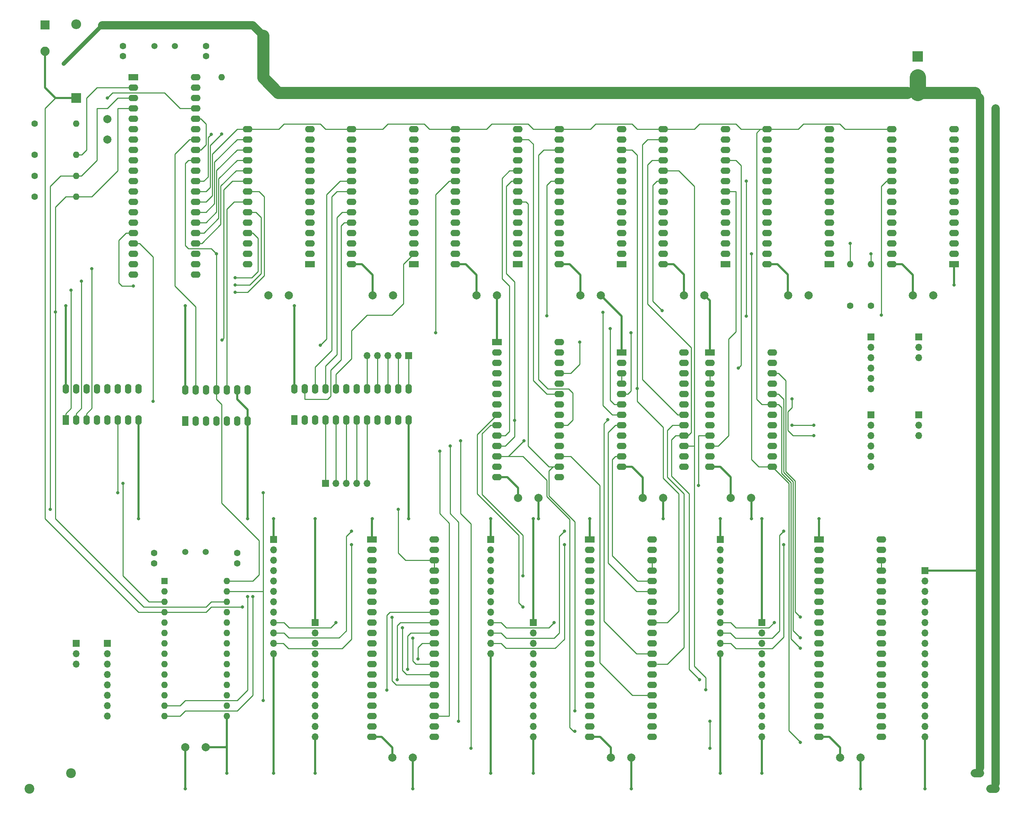
<source format=gtl>
G04 #@! TF.GenerationSoftware,KiCad,Pcbnew,8.0.7*
G04 #@! TF.CreationDate,2025-01-05T11:59:37+01:00*
G04 #@! TF.ProjectId,CPU_X-3,4350555f-582d-4332-9e6b-696361645f70,2*
G04 #@! TF.SameCoordinates,Original*
G04 #@! TF.FileFunction,Copper,L1,Top*
G04 #@! TF.FilePolarity,Positive*
%FSLAX46Y46*%
G04 Gerber Fmt 4.6, Leading zero omitted, Abs format (unit mm)*
G04 Created by KiCad (PCBNEW 8.0.7) date 2025-01-05 11:59:37*
%MOMM*%
%LPD*%
G01*
G04 APERTURE LIST*
G04 #@! TA.AperFunction,ComponentPad*
%ADD10C,2.000000*%
G04 #@! TD*
G04 #@! TA.AperFunction,ComponentPad*
%ADD11R,1.700000X1.700000*%
G04 #@! TD*
G04 #@! TA.AperFunction,ComponentPad*
%ADD12O,1.700000X1.700000*%
G04 #@! TD*
G04 #@! TA.AperFunction,ComponentPad*
%ADD13C,1.600000*%
G04 #@! TD*
G04 #@! TA.AperFunction,ComponentPad*
%ADD14O,1.600000X1.600000*%
G04 #@! TD*
G04 #@! TA.AperFunction,ComponentPad*
%ADD15R,1.600000X1.600000*%
G04 #@! TD*
G04 #@! TA.AperFunction,ComponentPad*
%ADD16C,2.400000*%
G04 #@! TD*
G04 #@! TA.AperFunction,ComponentPad*
%ADD17R,2.400000X1.600000*%
G04 #@! TD*
G04 #@! TA.AperFunction,ComponentPad*
%ADD18O,2.400000X1.600000*%
G04 #@! TD*
G04 #@! TA.AperFunction,ComponentPad*
%ADD19C,1.500000*%
G04 #@! TD*
G04 #@! TA.AperFunction,ComponentPad*
%ADD20R,1.600000X2.400000*%
G04 #@! TD*
G04 #@! TA.AperFunction,ComponentPad*
%ADD21O,1.600000X2.400000*%
G04 #@! TD*
G04 #@! TA.AperFunction,ComponentPad*
%ADD22R,2.500000X2.500000*%
G04 #@! TD*
G04 #@! TA.AperFunction,ComponentPad*
%ADD23C,2.500000*%
G04 #@! TD*
G04 #@! TA.AperFunction,ComponentPad*
%ADD24R,2.400000X2.400000*%
G04 #@! TD*
G04 #@! TA.AperFunction,ComponentPad*
%ADD25O,2.400000X2.400000*%
G04 #@! TD*
G04 #@! TA.AperFunction,ComponentPad*
%ADD26R,2.250000X2.250000*%
G04 #@! TD*
G04 #@! TA.AperFunction,ComponentPad*
%ADD27C,2.250000*%
G04 #@! TD*
G04 #@! TA.AperFunction,ViaPad*
%ADD28C,0.800000*%
G04 #@! TD*
G04 #@! TA.AperFunction,Conductor*
%ADD29C,0.500000*%
G04 #@! TD*
G04 #@! TA.AperFunction,Conductor*
%ADD30C,2.000000*%
G04 #@! TD*
G04 #@! TA.AperFunction,Conductor*
%ADD31C,0.250000*%
G04 #@! TD*
G04 #@! TA.AperFunction,Conductor*
%ADD32C,3.000000*%
G04 #@! TD*
G04 #@! TA.AperFunction,Conductor*
%ADD33C,1.000000*%
G04 #@! TD*
G04 #@! TA.AperFunction,Conductor*
%ADD34C,4.000000*%
G04 #@! TD*
G04 APERTURE END LIST*
D10*
X247730000Y-99060000D03*
X252730000Y-99060000D03*
D11*
X237490000Y-128270000D03*
D12*
X237490000Y-130810000D03*
X237490000Y-133350000D03*
X237490000Y-135890000D03*
X237490000Y-138430000D03*
X237490000Y-140970000D03*
D10*
X141050000Y-99060000D03*
X146050000Y-99060000D03*
D11*
X91440000Y-158750000D03*
D12*
X91440000Y-161290000D03*
X91440000Y-163830000D03*
X91440000Y-166370000D03*
X91440000Y-168910000D03*
X91440000Y-171450000D03*
X91440000Y-173990000D03*
X91440000Y-176530000D03*
X91440000Y-179070000D03*
X91440000Y-181610000D03*
X91440000Y-184150000D03*
X91440000Y-186690000D03*
D10*
X50800000Y-60960000D03*
X50800000Y-55960000D03*
D13*
X33020000Y-74930000D03*
D14*
X43180000Y-74930000D03*
D13*
X82550000Y-164572000D03*
X82550000Y-162072000D03*
D10*
X191810000Y-99060000D03*
X196810000Y-99060000D03*
D11*
X249174000Y-109220000D03*
D12*
X249174000Y-111760000D03*
X249174000Y-114300000D03*
D15*
X64770000Y-168910000D03*
D14*
X64770000Y-171450000D03*
X64770000Y-173990000D03*
X64770000Y-176530000D03*
X64770000Y-179070000D03*
X64770000Y-181610000D03*
X64770000Y-184150000D03*
X64770000Y-186690000D03*
X64770000Y-189230000D03*
X64770000Y-191770000D03*
X64770000Y-194310000D03*
X64770000Y-196850000D03*
X64770000Y-199390000D03*
X64770000Y-201930000D03*
X80010000Y-201930000D03*
X80010000Y-199390000D03*
X80010000Y-196850000D03*
X80010000Y-194310000D03*
X80010000Y-191770000D03*
X80010000Y-189230000D03*
X80010000Y-186690000D03*
X80010000Y-184150000D03*
X80010000Y-181610000D03*
X80010000Y-179070000D03*
X80010000Y-176530000D03*
X80010000Y-173990000D03*
X80010000Y-171450000D03*
X80010000Y-168910000D03*
D13*
X88900000Y-45720000D03*
D14*
X78740000Y-45720000D03*
D13*
X54610000Y-38100000D03*
X54610000Y-40600000D03*
D16*
X41910000Y-215900000D03*
D11*
X210820000Y-179070000D03*
D12*
X210820000Y-181610000D03*
X210820000Y-184150000D03*
X210820000Y-186690000D03*
X210820000Y-189230000D03*
X210820000Y-191770000D03*
X210820000Y-194310000D03*
X210820000Y-196850000D03*
X210820000Y-199390000D03*
X210820000Y-201930000D03*
X210820000Y-204470000D03*
X210820000Y-207010000D03*
D17*
X224790000Y-158750000D03*
D18*
X224790000Y-161290000D03*
X224790000Y-163830000D03*
X224790000Y-166370000D03*
X224790000Y-168910000D03*
X224790000Y-171450000D03*
X224790000Y-173990000D03*
X224790000Y-176530000D03*
X224790000Y-179070000D03*
X224790000Y-181610000D03*
X224790000Y-184150000D03*
X224790000Y-186690000D03*
X224790000Y-189230000D03*
X224790000Y-191770000D03*
X224790000Y-194310000D03*
X224790000Y-196850000D03*
X224790000Y-199390000D03*
X224790000Y-201930000D03*
X224790000Y-204470000D03*
X224790000Y-207010000D03*
X240030000Y-207010000D03*
X240030000Y-204470000D03*
X240030000Y-201930000D03*
X240030000Y-199390000D03*
X240030000Y-196850000D03*
X240030000Y-194310000D03*
X240030000Y-191770000D03*
X240030000Y-189230000D03*
X240030000Y-186690000D03*
X240030000Y-184150000D03*
X240030000Y-181610000D03*
X240030000Y-179070000D03*
X240030000Y-176530000D03*
X240030000Y-173990000D03*
X240030000Y-171450000D03*
X240030000Y-168910000D03*
X240030000Y-166370000D03*
X240030000Y-163830000D03*
X240030000Y-161290000D03*
X240030000Y-158750000D03*
D10*
X90170000Y-99060000D03*
X95170000Y-99060000D03*
D19*
X62312500Y-38100000D03*
X67312500Y-38100000D03*
D13*
X62230000Y-162072000D03*
X62230000Y-164572000D03*
D19*
X69850000Y-161798000D03*
X74850000Y-161798000D03*
D20*
X69850000Y-129794000D03*
D21*
X72390000Y-129794000D03*
X74930000Y-129794000D03*
X77470000Y-129794000D03*
X80010000Y-129794000D03*
X82550000Y-129794000D03*
X85090000Y-129794000D03*
X85090000Y-122174000D03*
X82550000Y-122174000D03*
X80010000Y-122174000D03*
X77470000Y-122174000D03*
X74930000Y-122174000D03*
X72390000Y-122174000D03*
X69850000Y-122174000D03*
D10*
X229950000Y-212090000D03*
X234950000Y-212090000D03*
X181690000Y-148590000D03*
X186690000Y-148590000D03*
D20*
X96520000Y-129540000D03*
D21*
X99060000Y-129540000D03*
X101600000Y-129540000D03*
X104140000Y-129540000D03*
X106680000Y-129540000D03*
X109220000Y-129540000D03*
X111760000Y-129540000D03*
X114300000Y-129540000D03*
X116840000Y-129540000D03*
X119380000Y-129540000D03*
X121920000Y-129540000D03*
X124460000Y-129540000D03*
X124460000Y-121920000D03*
X121920000Y-121920000D03*
X119380000Y-121920000D03*
X116840000Y-121920000D03*
X114300000Y-121920000D03*
X111760000Y-121920000D03*
X109220000Y-121920000D03*
X106680000Y-121920000D03*
X104140000Y-121920000D03*
X101600000Y-121920000D03*
X99060000Y-121920000D03*
X96520000Y-121920000D03*
D17*
X201930000Y-91440000D03*
D18*
X201930000Y-88900000D03*
X201930000Y-86360000D03*
X201930000Y-83820000D03*
X201930000Y-81280000D03*
X201930000Y-78740000D03*
X201930000Y-76200000D03*
X201930000Y-73660000D03*
X201930000Y-71120000D03*
X201930000Y-68580000D03*
X201930000Y-66040000D03*
X201930000Y-63500000D03*
X201930000Y-60960000D03*
X201930000Y-58420000D03*
X186690000Y-58420000D03*
X186690000Y-60960000D03*
X186690000Y-63500000D03*
X186690000Y-66040000D03*
X186690000Y-68580000D03*
X186690000Y-71120000D03*
X186690000Y-73660000D03*
X186690000Y-76200000D03*
X186690000Y-78740000D03*
X186690000Y-81280000D03*
X186690000Y-83820000D03*
X186690000Y-86360000D03*
X186690000Y-88900000D03*
X186690000Y-91440000D03*
D11*
X237490000Y-109220000D03*
D12*
X237490000Y-111760000D03*
X237490000Y-114300000D03*
X237490000Y-116840000D03*
X237490000Y-119380000D03*
X237490000Y-121920000D03*
D10*
X120476000Y-212090000D03*
X125476000Y-212090000D03*
X173926956Y-212090000D03*
X178926956Y-212090000D03*
D11*
X50800000Y-184150000D03*
D12*
X50800000Y-186690000D03*
X50800000Y-189230000D03*
X50800000Y-191770000D03*
X50800000Y-194310000D03*
X50800000Y-196850000D03*
X50800000Y-199390000D03*
X50800000Y-201930000D03*
D17*
X176530000Y-113030000D03*
D18*
X176530000Y-115570000D03*
X176530000Y-118110000D03*
X176530000Y-120650000D03*
X176530000Y-123190000D03*
X176530000Y-125730000D03*
X176530000Y-128270000D03*
X176530000Y-130810000D03*
X176530000Y-133350000D03*
X176530000Y-135890000D03*
X176530000Y-138430000D03*
X176530000Y-140970000D03*
X191770000Y-140970000D03*
X191770000Y-138430000D03*
X191770000Y-135890000D03*
X191770000Y-133350000D03*
X191770000Y-130810000D03*
X191770000Y-128270000D03*
X191770000Y-125730000D03*
X191770000Y-123190000D03*
X191770000Y-120650000D03*
X191770000Y-118110000D03*
X191770000Y-115570000D03*
X191770000Y-113030000D03*
D13*
X237490000Y-101600000D03*
D14*
X237490000Y-91440000D03*
D10*
X151210000Y-148590000D03*
X156210000Y-148590000D03*
D11*
X43180000Y-184150000D03*
D12*
X43180000Y-186690000D03*
X43180000Y-189230000D03*
D20*
X40640000Y-129540000D03*
D21*
X43180000Y-129540000D03*
X45720000Y-129540000D03*
X48260000Y-129540000D03*
X50800000Y-129540000D03*
X53340000Y-129540000D03*
X55880000Y-129540000D03*
X58420000Y-129540000D03*
X58420000Y-121920000D03*
X55880000Y-121920000D03*
X53340000Y-121920000D03*
X50800000Y-121920000D03*
X48260000Y-121920000D03*
X45720000Y-121920000D03*
X43180000Y-121920000D03*
X40640000Y-121920000D03*
D17*
X146050000Y-110490000D03*
D18*
X146050000Y-113030000D03*
X146050000Y-115570000D03*
X146050000Y-118110000D03*
X146050000Y-120650000D03*
X146050000Y-123190000D03*
X146050000Y-125730000D03*
X146050000Y-128270000D03*
X146050000Y-130810000D03*
X146050000Y-133350000D03*
X146050000Y-135890000D03*
X146050000Y-138430000D03*
X146050000Y-140970000D03*
X146050000Y-143510000D03*
X161290000Y-143510000D03*
X161290000Y-140970000D03*
X161290000Y-138430000D03*
X161290000Y-135890000D03*
X161290000Y-133350000D03*
X161290000Y-130810000D03*
X161290000Y-128270000D03*
X161290000Y-125730000D03*
X161290000Y-123190000D03*
X161290000Y-120650000D03*
X161290000Y-118110000D03*
X161290000Y-115570000D03*
X161290000Y-113030000D03*
X161290000Y-110490000D03*
D11*
X104140000Y-145034000D03*
D12*
X106680000Y-145034000D03*
X109220000Y-145034000D03*
X111760000Y-145034000D03*
X114300000Y-145034000D03*
D17*
X125730000Y-91440000D03*
D18*
X125730000Y-88900000D03*
X125730000Y-86360000D03*
X125730000Y-83820000D03*
X125730000Y-81280000D03*
X125730000Y-78740000D03*
X125730000Y-76200000D03*
X125730000Y-73660000D03*
X125730000Y-71120000D03*
X125730000Y-68580000D03*
X125730000Y-66040000D03*
X125730000Y-63500000D03*
X125730000Y-60960000D03*
X125730000Y-58420000D03*
X110490000Y-58420000D03*
X110490000Y-60960000D03*
X110490000Y-63500000D03*
X110490000Y-66040000D03*
X110490000Y-68580000D03*
X110490000Y-71120000D03*
X110490000Y-73660000D03*
X110490000Y-76200000D03*
X110490000Y-78740000D03*
X110490000Y-81280000D03*
X110490000Y-83820000D03*
X110490000Y-86360000D03*
X110490000Y-88900000D03*
X110490000Y-91440000D03*
D17*
X227330000Y-91440000D03*
D18*
X227330000Y-88900000D03*
X227330000Y-86360000D03*
X227330000Y-83820000D03*
X227330000Y-81280000D03*
X227330000Y-78740000D03*
X227330000Y-76200000D03*
X227330000Y-73660000D03*
X227330000Y-71120000D03*
X227330000Y-68580000D03*
X227330000Y-66040000D03*
X227330000Y-63500000D03*
X227330000Y-60960000D03*
X227330000Y-58420000D03*
X212090000Y-58420000D03*
X212090000Y-60960000D03*
X212090000Y-63500000D03*
X212090000Y-66040000D03*
X212090000Y-68580000D03*
X212090000Y-71120000D03*
X212090000Y-73660000D03*
X212090000Y-76200000D03*
X212090000Y-78740000D03*
X212090000Y-81280000D03*
X212090000Y-83820000D03*
X212090000Y-86360000D03*
X212090000Y-88900000D03*
X212090000Y-91440000D03*
D10*
X166450000Y-99060000D03*
X171450000Y-99060000D03*
D17*
X198120000Y-113030000D03*
D18*
X198120000Y-115570000D03*
X198120000Y-118110000D03*
X198120000Y-120650000D03*
X198120000Y-123190000D03*
X198120000Y-125730000D03*
X198120000Y-128270000D03*
X198120000Y-130810000D03*
X198120000Y-133350000D03*
X198120000Y-135890000D03*
X198120000Y-138430000D03*
X198120000Y-140970000D03*
X213360000Y-140970000D03*
X213360000Y-138430000D03*
X213360000Y-135890000D03*
X213360000Y-133350000D03*
X213360000Y-130810000D03*
X213360000Y-128270000D03*
X213360000Y-125730000D03*
X213360000Y-123190000D03*
X213360000Y-120650000D03*
X213360000Y-118110000D03*
X213360000Y-115570000D03*
X213360000Y-113030000D03*
D17*
X115505825Y-158750000D03*
D18*
X115505825Y-161290000D03*
X115505825Y-163830000D03*
X115505825Y-166370000D03*
X115505825Y-168910000D03*
X115505825Y-171450000D03*
X115505825Y-173990000D03*
X115505825Y-176530000D03*
X115505825Y-179070000D03*
X115505825Y-181610000D03*
X115505825Y-184150000D03*
X115505825Y-186690000D03*
X115505825Y-189230000D03*
X115505825Y-191770000D03*
X115505825Y-194310000D03*
X115505825Y-196850000D03*
X115505825Y-199390000D03*
X115505825Y-201930000D03*
X115505825Y-204470000D03*
X115505825Y-207010000D03*
X130745825Y-207010000D03*
X130745825Y-204470000D03*
X130745825Y-201930000D03*
X130745825Y-199390000D03*
X130745825Y-196850000D03*
X130745825Y-194310000D03*
X130745825Y-191770000D03*
X130745825Y-189230000D03*
X130745825Y-186690000D03*
X130745825Y-184150000D03*
X130745825Y-181610000D03*
X130745825Y-179070000D03*
X130745825Y-176530000D03*
X130745825Y-173990000D03*
X130745825Y-171450000D03*
X130745825Y-168910000D03*
X130745825Y-166370000D03*
X130745825Y-163830000D03*
X130745825Y-161290000D03*
X130745825Y-158750000D03*
D22*
X248920000Y-40640000D03*
D23*
X248920000Y-45720000D03*
D17*
X257810000Y-91440000D03*
D18*
X257810000Y-88900000D03*
X257810000Y-86360000D03*
X257810000Y-83820000D03*
X257810000Y-81280000D03*
X257810000Y-78740000D03*
X257810000Y-76200000D03*
X257810000Y-73660000D03*
X257810000Y-71120000D03*
X257810000Y-68580000D03*
X257810000Y-66040000D03*
X257810000Y-63500000D03*
X257810000Y-60960000D03*
X257810000Y-58420000D03*
X242570000Y-58420000D03*
X242570000Y-60960000D03*
X242570000Y-63500000D03*
X242570000Y-66040000D03*
X242570000Y-68580000D03*
X242570000Y-71120000D03*
X242570000Y-73660000D03*
X242570000Y-76200000D03*
X242570000Y-78740000D03*
X242570000Y-81280000D03*
X242570000Y-83820000D03*
X242570000Y-86360000D03*
X242570000Y-88900000D03*
X242570000Y-91440000D03*
D13*
X33020000Y-57040000D03*
D14*
X43180000Y-57040000D03*
D10*
X203200000Y-148590000D03*
X208200000Y-148590000D03*
D11*
X144526000Y-158750000D03*
D12*
X144526000Y-161290000D03*
X144526000Y-163830000D03*
X144526000Y-166370000D03*
X144526000Y-168910000D03*
X144526000Y-171450000D03*
X144526000Y-173990000D03*
X144526000Y-176530000D03*
X144526000Y-179070000D03*
X144526000Y-181610000D03*
X144526000Y-184150000D03*
X144526000Y-186690000D03*
D17*
X151130000Y-91440000D03*
D18*
X151130000Y-88900000D03*
X151130000Y-86360000D03*
X151130000Y-83820000D03*
X151130000Y-81280000D03*
X151130000Y-78740000D03*
X151130000Y-76200000D03*
X151130000Y-73660000D03*
X151130000Y-71120000D03*
X151130000Y-68580000D03*
X151130000Y-66040000D03*
X151130000Y-63500000D03*
X151130000Y-60960000D03*
X151130000Y-58420000D03*
X135890000Y-58420000D03*
X135890000Y-60960000D03*
X135890000Y-63500000D03*
X135890000Y-66040000D03*
X135890000Y-68580000D03*
X135890000Y-71120000D03*
X135890000Y-73660000D03*
X135890000Y-76200000D03*
X135890000Y-78740000D03*
X135890000Y-81280000D03*
X135890000Y-83820000D03*
X135890000Y-86360000D03*
X135890000Y-88900000D03*
X135890000Y-91440000D03*
D17*
X176530000Y-91440000D03*
D18*
X176530000Y-88900000D03*
X176530000Y-86360000D03*
X176530000Y-83820000D03*
X176530000Y-81280000D03*
X176530000Y-78740000D03*
X176530000Y-76200000D03*
X176530000Y-73660000D03*
X176530000Y-71120000D03*
X176530000Y-68580000D03*
X176530000Y-66040000D03*
X176530000Y-63500000D03*
X176530000Y-60960000D03*
X176530000Y-58420000D03*
X161290000Y-58420000D03*
X161290000Y-60960000D03*
X161290000Y-63500000D03*
X161290000Y-66040000D03*
X161290000Y-68580000D03*
X161290000Y-71120000D03*
X161290000Y-73660000D03*
X161290000Y-76200000D03*
X161290000Y-78740000D03*
X161290000Y-81280000D03*
X161290000Y-83820000D03*
X161290000Y-86360000D03*
X161290000Y-88900000D03*
X161290000Y-91440000D03*
D17*
X100330000Y-91440000D03*
D18*
X100330000Y-88900000D03*
X100330000Y-86360000D03*
X100330000Y-83820000D03*
X100330000Y-81280000D03*
X100330000Y-78740000D03*
X100330000Y-76200000D03*
X100330000Y-73660000D03*
X100330000Y-71120000D03*
X100330000Y-68580000D03*
X100330000Y-66040000D03*
X100330000Y-63500000D03*
X100330000Y-60960000D03*
X100330000Y-58420000D03*
X85090000Y-58420000D03*
X85090000Y-60960000D03*
X85090000Y-63500000D03*
X85090000Y-66040000D03*
X85090000Y-68580000D03*
X85090000Y-71120000D03*
X85090000Y-73660000D03*
X85090000Y-76200000D03*
X85090000Y-78740000D03*
X85090000Y-81280000D03*
X85090000Y-83820000D03*
X85090000Y-86360000D03*
X85090000Y-88900000D03*
X85090000Y-91440000D03*
D10*
X217250000Y-99060000D03*
X222250000Y-99060000D03*
D11*
X200660000Y-158750000D03*
D12*
X200660000Y-161290000D03*
X200660000Y-163830000D03*
X200660000Y-166370000D03*
X200660000Y-168910000D03*
X200660000Y-171450000D03*
X200660000Y-173990000D03*
X200660000Y-176530000D03*
X200660000Y-179070000D03*
X200660000Y-181610000D03*
X200660000Y-184150000D03*
X200660000Y-186690000D03*
D10*
X115650000Y-99060000D03*
X120650000Y-99060000D03*
D11*
X250698000Y-166370000D03*
D12*
X250698000Y-168910000D03*
X250698000Y-171450000D03*
X250698000Y-173990000D03*
X250698000Y-176530000D03*
X250698000Y-179070000D03*
X250698000Y-181610000D03*
X250698000Y-184150000D03*
X250698000Y-186690000D03*
X250698000Y-189230000D03*
X250698000Y-191770000D03*
X250698000Y-194310000D03*
X250698000Y-196850000D03*
X250698000Y-199390000D03*
X250698000Y-201930000D03*
X250698000Y-204470000D03*
X250698000Y-207010000D03*
D16*
X31750000Y-219710000D03*
D13*
X33020000Y-69850000D03*
D14*
X43180000Y-69850000D03*
D24*
X43180000Y-50800000D03*
D25*
X43180000Y-32800000D03*
D11*
X249174000Y-128270000D03*
D12*
X249174000Y-130810000D03*
X249174000Y-133350000D03*
D13*
X33020000Y-64660000D03*
D14*
X43180000Y-64660000D03*
D11*
X124460000Y-113792000D03*
D12*
X121920000Y-113792000D03*
X119380000Y-113792000D03*
X116840000Y-113792000D03*
X114300000Y-113792000D03*
D11*
X101600000Y-179070000D03*
D12*
X101600000Y-181610000D03*
X101600000Y-184150000D03*
X101600000Y-186690000D03*
X101600000Y-189230000D03*
X101600000Y-191770000D03*
X101600000Y-194310000D03*
X101600000Y-196850000D03*
X101600000Y-199390000D03*
X101600000Y-201930000D03*
X101600000Y-204470000D03*
X101600000Y-207010000D03*
D13*
X74930000Y-40600000D03*
X74930000Y-38100000D03*
D26*
X35565000Y-32905000D03*
D27*
X35565000Y-39405000D03*
D17*
X168766956Y-158750000D03*
D18*
X168766956Y-161290000D03*
X168766956Y-163830000D03*
X168766956Y-166370000D03*
X168766956Y-168910000D03*
X168766956Y-171450000D03*
X168766956Y-173990000D03*
X168766956Y-176530000D03*
X168766956Y-179070000D03*
X168766956Y-181610000D03*
X168766956Y-184150000D03*
X168766956Y-186690000D03*
X168766956Y-189230000D03*
X168766956Y-191770000D03*
X168766956Y-194310000D03*
X168766956Y-196850000D03*
X168766956Y-199390000D03*
X168766956Y-201930000D03*
X168766956Y-204470000D03*
X168766956Y-207010000D03*
X184006956Y-207010000D03*
X184006956Y-204470000D03*
X184006956Y-201930000D03*
X184006956Y-199390000D03*
X184006956Y-196850000D03*
X184006956Y-194310000D03*
X184006956Y-191770000D03*
X184006956Y-189230000D03*
X184006956Y-186690000D03*
X184006956Y-184150000D03*
X184006956Y-181610000D03*
X184006956Y-179070000D03*
X184006956Y-176530000D03*
X184006956Y-173990000D03*
X184006956Y-171450000D03*
X184006956Y-168910000D03*
X184006956Y-166370000D03*
X184006956Y-163830000D03*
X184006956Y-161290000D03*
X184006956Y-158750000D03*
D11*
X154940000Y-179070000D03*
D12*
X154940000Y-181610000D03*
X154940000Y-184150000D03*
X154940000Y-186690000D03*
X154940000Y-189230000D03*
X154940000Y-191770000D03*
X154940000Y-194310000D03*
X154940000Y-196850000D03*
X154940000Y-199390000D03*
X154940000Y-201930000D03*
X154940000Y-204470000D03*
X154940000Y-207010000D03*
D10*
X74890000Y-209550000D03*
X69890000Y-209550000D03*
D17*
X57155000Y-45720000D03*
D18*
X57155000Y-48260000D03*
X57155000Y-50800000D03*
X57155000Y-53340000D03*
X57155000Y-55880000D03*
X57155000Y-58420000D03*
X57155000Y-60960000D03*
X57155000Y-63500000D03*
X57155000Y-66040000D03*
X57155000Y-68580000D03*
X57155000Y-71120000D03*
X57155000Y-73660000D03*
X57155000Y-76200000D03*
X57155000Y-78740000D03*
X57155000Y-81280000D03*
X57155000Y-83820000D03*
X57155000Y-86360000D03*
X57155000Y-88900000D03*
X57155000Y-91440000D03*
X57155000Y-93980000D03*
X72395000Y-93980000D03*
X72395000Y-91440000D03*
X72395000Y-88900000D03*
X72395000Y-86360000D03*
X72395000Y-83820000D03*
X72395000Y-81280000D03*
X72395000Y-78740000D03*
X72395000Y-76200000D03*
X72395000Y-73660000D03*
X72395000Y-71120000D03*
X72395000Y-68580000D03*
X72395000Y-66040000D03*
X72395000Y-63500000D03*
X72395000Y-60960000D03*
X72395000Y-58420000D03*
X72395000Y-55880000D03*
X72395000Y-53340000D03*
X72395000Y-50800000D03*
X72395000Y-48260000D03*
X72395000Y-45720000D03*
D13*
X232410000Y-101600000D03*
D14*
X232410000Y-91440000D03*
D28*
X267970000Y-153670000D03*
X154940000Y-153670000D03*
X168766956Y-153670000D03*
X266700000Y-219710000D03*
X267970000Y-54610000D03*
X200660000Y-153670000D03*
X257810000Y-96520000D03*
X186690000Y-153670000D03*
X69850000Y-219710000D03*
X267970000Y-151130000D03*
X115570000Y-153670000D03*
X58420000Y-153670000D03*
X267970000Y-53340000D03*
X267970000Y-218440000D03*
X234950000Y-219710000D03*
X267970000Y-95250000D03*
X267970000Y-109220000D03*
X91440000Y-153670000D03*
X156210000Y-153670000D03*
X125476000Y-219710000D03*
X178926956Y-219710000D03*
X124460000Y-153670000D03*
X267970000Y-55880000D03*
X210820000Y-153670000D03*
X85090000Y-153670000D03*
X267970000Y-96520000D03*
X208280000Y-153670000D03*
X144526000Y-153670000D03*
X267970000Y-219710000D03*
X267970000Y-97790000D03*
X250698000Y-219710000D03*
X224790000Y-153670000D03*
X267970000Y-128270000D03*
X101600000Y-153670000D03*
X267970000Y-152400000D03*
X50800000Y-50800000D03*
X152400000Y-175260000D03*
X83820000Y-175260000D03*
X91440000Y-215900000D03*
X264160000Y-151130000D03*
X40640000Y-101600000D03*
X69850000Y-101600000D03*
X41148000Y-41402000D03*
X262890000Y-215900000D03*
X264160000Y-149860000D03*
X96520000Y-101600000D03*
X264160000Y-148590000D03*
X101600000Y-215900000D03*
X40132000Y-42418000D03*
X154940000Y-215900000D03*
X264160000Y-101600000D03*
X264160000Y-214630000D03*
X264160000Y-215900000D03*
X200660000Y-215900000D03*
X144526000Y-215900000D03*
X264160000Y-100330000D03*
X264160000Y-102870000D03*
X210820000Y-215900000D03*
X80010000Y-215900000D03*
X152400000Y-167640000D03*
X36830000Y-151384000D03*
X121920000Y-151384000D03*
X38100000Y-103124000D03*
X171958000Y-103254400D03*
X41910000Y-97790000D03*
X44522500Y-95604500D03*
X47034800Y-92584800D03*
X166281200Y-110490000D03*
X220218000Y-177709000D03*
X205063300Y-116840000D03*
X119126000Y-195580000D03*
X220218000Y-182789000D03*
X124206000Y-190500000D03*
X78745300Y-59647350D03*
X126746000Y-187960000D03*
X220218000Y-185329000D03*
X197104000Y-195500400D03*
X120396000Y-177800000D03*
X121666000Y-193040000D03*
X76200000Y-59690000D03*
X180340000Y-121840500D03*
X125476000Y-182880000D03*
X173190300Y-129459000D03*
X122936000Y-180340000D03*
X195580000Y-193040000D03*
X85090000Y-172720000D03*
X165100000Y-205669200D03*
X152654000Y-134620000D03*
X165100000Y-200660000D03*
X86360000Y-172720000D03*
X150396000Y-129618000D03*
X82042000Y-96520000D03*
X57150000Y-96774000D03*
X82042000Y-94742000D03*
X61976000Y-124968000D03*
X82042000Y-98298000D03*
X232410000Y-86360000D03*
X237490000Y-88900000D03*
X77470000Y-88900000D03*
X208280000Y-88900000D03*
X220218000Y-208335800D03*
X78820000Y-109982000D03*
X158242000Y-104025900D03*
X102870000Y-111252000D03*
X240030000Y-103886000D03*
X131064000Y-108204000D03*
X186442000Y-102822600D03*
X207010000Y-71120000D03*
X207010000Y-104140000D03*
X53340000Y-147320000D03*
X88900000Y-147320000D03*
X88900000Y-198161000D03*
X54610000Y-145034000D03*
X134620000Y-135890000D03*
X136714825Y-203200000D03*
X137160000Y-134620000D03*
X139700000Y-209804000D03*
X198120000Y-209804000D03*
X198120000Y-203200000D03*
X195326000Y-145542000D03*
X110490000Y-156718000D03*
X110490000Y-160020000D03*
X106680000Y-179070000D03*
X162560000Y-156718000D03*
X160020000Y-179070000D03*
X162560000Y-160061000D03*
X216154000Y-160020000D03*
X216154000Y-156718000D03*
X213868000Y-179070000D03*
X173736000Y-107188000D03*
X178816000Y-108204000D03*
X218186000Y-130810000D03*
X223520000Y-130810000D03*
X218186000Y-124411500D03*
X223520000Y-133350000D03*
X132080000Y-137160000D03*
D29*
X176530000Y-104140000D02*
X171450000Y-99060000D01*
X82550000Y-124460000D02*
X85090000Y-127000000D01*
X125476000Y-219520175D02*
X125665825Y-219710000D01*
X146050000Y-110490000D02*
X146050000Y-99060000D01*
X224790000Y-158750000D02*
X224790000Y-153670000D01*
D30*
X267970000Y-219710000D02*
X266700000Y-219710000D01*
D29*
X250698000Y-207010000D02*
X250698000Y-219710000D01*
X85090000Y-129540000D02*
X85090000Y-153670000D01*
X69890000Y-219670000D02*
X69850000Y-219710000D01*
X186690000Y-148590000D02*
X186690000Y-153670000D01*
X210820000Y-179070000D02*
X210820000Y-153670000D01*
X82550000Y-121920000D02*
X82550000Y-124460000D01*
X156210000Y-148590000D02*
X156210000Y-153670000D01*
X234950000Y-212090000D02*
X234950000Y-219710000D01*
X124460000Y-129540000D02*
X124460000Y-153670000D01*
X58420000Y-129540000D02*
X58420000Y-153670000D01*
D30*
X267970000Y-53340000D02*
X267970000Y-96520000D01*
D29*
X198120000Y-100370000D02*
X196810000Y-99060000D01*
X168766956Y-158750000D02*
X168766956Y-153670000D01*
X125665825Y-212090000D02*
X125476000Y-212279825D01*
X115505825Y-158750000D02*
X115505825Y-153670000D01*
X101600000Y-179070000D02*
X101600000Y-153670000D01*
X200660000Y-158750000D02*
X200660000Y-153670000D01*
X257810000Y-91440000D02*
X257810000Y-96520000D01*
X198120000Y-113030000D02*
X198120000Y-100370000D01*
X91440000Y-158750000D02*
X91440000Y-153670000D01*
X125476000Y-212279825D02*
X125476000Y-219520175D01*
X69890000Y-209550000D02*
X69890000Y-219670000D01*
X85090000Y-127000000D02*
X85090000Y-129540000D01*
D30*
X267970000Y-153670000D02*
X267970000Y-218440000D01*
D29*
X178926956Y-212090000D02*
X178926956Y-219710000D01*
X154940000Y-179070000D02*
X154940000Y-153670000D01*
D30*
X267970000Y-128270000D02*
X267970000Y-153670000D01*
D29*
X176530000Y-113030000D02*
X176530000Y-104140000D01*
X208280000Y-148590000D02*
X208280000Y-153670000D01*
D30*
X267970000Y-96520000D02*
X267970000Y-128270000D01*
D31*
X35670000Y-32800000D02*
X35565000Y-32905000D01*
D29*
X144526000Y-158750000D02*
X144526000Y-153670000D01*
D31*
X52070000Y-49530000D02*
X64770000Y-49530000D01*
X152400000Y-175260000D02*
X151384000Y-174244000D01*
X50800000Y-50800000D02*
X52070000Y-49530000D01*
X58420000Y-176530000D02*
X35560000Y-153670000D01*
X76200000Y-175260000D02*
X83820000Y-175260000D01*
D29*
X38100000Y-50800000D02*
X43180000Y-50800000D01*
D31*
X141224000Y-133096000D02*
X146050000Y-128270000D01*
X151384000Y-174244000D02*
X151384000Y-157734000D01*
X64770000Y-176530000D02*
X74930000Y-176530000D01*
X35560000Y-53340000D02*
X38100000Y-50800000D01*
X35560000Y-153670000D02*
X35560000Y-53340000D01*
X64770000Y-49530000D02*
X68580000Y-53340000D01*
D29*
X35565000Y-48265000D02*
X38100000Y-50800000D01*
D31*
X74930000Y-176530000D02*
X76200000Y-175260000D01*
X68580000Y-53340000D02*
X72395000Y-53340000D01*
X64770000Y-176530000D02*
X58420000Y-176530000D01*
X141224000Y-147574000D02*
X141224000Y-133096000D01*
X151384000Y-157734000D02*
X141224000Y-147574000D01*
D29*
X35565000Y-39405000D02*
X35565000Y-48265000D01*
X176530000Y-140970000D02*
X179070000Y-140970000D01*
X117856000Y-207010000D02*
X120476000Y-209630000D01*
X33020000Y-74820000D02*
X33020000Y-74930000D01*
X80010000Y-209296000D02*
X80010000Y-215900000D01*
D30*
X264160000Y-151130000D02*
X264160000Y-166370000D01*
X49530000Y-33020000D02*
X86360000Y-33020000D01*
X264160000Y-50800000D02*
X264160000Y-151130000D01*
D29*
X113030000Y-91440000D02*
X110490000Y-91440000D01*
X210820000Y-207010000D02*
X210820000Y-215900000D01*
X69850000Y-121920000D02*
X69850000Y-101600000D01*
D32*
X248920000Y-49530000D02*
X262890000Y-49530000D01*
D29*
X245110000Y-91440000D02*
X247730000Y-94060000D01*
X115650000Y-94060000D02*
X113030000Y-91440000D01*
X138430000Y-91440000D02*
X135890000Y-91440000D01*
X229950000Y-209630000D02*
X229950000Y-212090000D01*
X146050000Y-143510000D02*
X148590000Y-143510000D01*
X173926956Y-209630000D02*
X173926956Y-212090000D01*
X212090000Y-91440000D02*
X214630000Y-91440000D01*
X198120000Y-140970000D02*
X200660000Y-140970000D01*
X151210000Y-146130000D02*
X151210000Y-148590000D01*
D33*
X41148000Y-41402000D02*
X49530000Y-33020000D01*
D29*
X115316000Y-207010000D02*
X117856000Y-207010000D01*
X148590000Y-143510000D02*
X151210000Y-146130000D01*
X186690000Y-91440000D02*
X189230000Y-91440000D01*
X96520000Y-121920000D02*
X96520000Y-101600000D01*
D32*
X92583000Y-49530000D02*
X246380000Y-49530000D01*
D34*
X248920000Y-45720000D02*
X248920000Y-49530000D01*
D29*
X200660000Y-140970000D02*
X203200000Y-143510000D01*
X250698000Y-166370000D02*
X264160000Y-166370000D01*
D32*
X88900000Y-45847000D02*
X92583000Y-49530000D01*
D30*
X262890000Y-49530000D02*
X264160000Y-50800000D01*
D29*
X141050000Y-99060000D02*
X141050000Y-94060000D01*
X179070000Y-140970000D02*
X181690000Y-143590000D01*
X191810000Y-94020000D02*
X191810000Y-99060000D01*
X141050000Y-94060000D02*
X138430000Y-91440000D01*
X189230000Y-91440000D02*
X191810000Y-94020000D01*
X247730000Y-94060000D02*
X247730000Y-99060000D01*
X166450000Y-99060000D02*
X166450000Y-94060000D01*
X227330000Y-207010000D02*
X229950000Y-209630000D01*
X40640000Y-121920000D02*
X40640000Y-101600000D01*
X200660000Y-186690000D02*
X200660000Y-215900000D01*
X166450000Y-94060000D02*
X163830000Y-91440000D01*
X214630000Y-91440000D02*
X217170000Y-93980000D01*
X74890000Y-209550000D02*
X79756000Y-209550000D01*
X144526000Y-186690000D02*
X144526000Y-215900000D01*
X171306956Y-207010000D02*
X173926956Y-209630000D01*
X217170000Y-98980000D02*
X217250000Y-99060000D01*
X168766956Y-207010000D02*
X171306956Y-207010000D01*
X181690000Y-143590000D02*
X181690000Y-148590000D01*
X217170000Y-93980000D02*
X217170000Y-98980000D01*
D30*
X264160000Y-215900000D02*
X262890000Y-215900000D01*
D29*
X80010000Y-201930000D02*
X80010000Y-209296000D01*
D33*
X40132000Y-42418000D02*
X41148000Y-41402000D01*
D29*
X154940000Y-207010000D02*
X154940000Y-215900000D01*
X242570000Y-91440000D02*
X245110000Y-91440000D01*
X79756000Y-209550000D02*
X80010000Y-209296000D01*
X163830000Y-91440000D02*
X161290000Y-91440000D01*
X115650000Y-99060000D02*
X115650000Y-94060000D01*
D32*
X88900000Y-35560000D02*
X88900000Y-45847000D01*
D29*
X91440000Y-186690000D02*
X91440000Y-215900000D01*
X101600000Y-207010000D02*
X101600000Y-215900000D01*
X203200000Y-143510000D02*
X203200000Y-148590000D01*
D30*
X86360000Y-33020000D02*
X88900000Y-35560000D01*
X264160000Y-166370000D02*
X264160000Y-214630000D01*
D29*
X120476000Y-209630000D02*
X120476000Y-212090000D01*
X224790000Y-207010000D02*
X227330000Y-207010000D01*
D31*
X72395000Y-55880000D02*
X73660000Y-55880000D01*
X74930000Y-57150000D02*
X74930000Y-62232500D01*
X74930000Y-62232500D02*
X73662500Y-63500000D01*
X73660000Y-55880000D02*
X74930000Y-57150000D01*
X73662500Y-63500000D02*
X72395000Y-63500000D01*
X45720000Y-63500000D02*
X44560000Y-64660000D01*
X57155000Y-48260000D02*
X48260000Y-48260000D01*
X44560000Y-64660000D02*
X43180000Y-64660000D01*
X48260000Y-48260000D02*
X45720000Y-50800000D01*
X45720000Y-50800000D02*
X45720000Y-63500000D01*
X50800000Y-53340000D02*
X53340000Y-50800000D01*
X130745825Y-163830000D02*
X130745825Y-166370000D01*
X36830000Y-72390000D02*
X36830000Y-82550000D01*
X142453400Y-132879900D02*
X144523300Y-130810000D01*
X44450000Y-69850000D02*
X48260000Y-66040000D01*
X144523300Y-130810000D02*
X146050000Y-130810000D01*
X39370000Y-69850000D02*
X36830000Y-72390000D01*
X121920000Y-151384000D02*
X121920000Y-162052000D01*
X123698000Y-163830000D02*
X130745825Y-163830000D01*
X36830000Y-82550000D02*
X36830000Y-151384000D01*
X48260000Y-53340000D02*
X50800000Y-53340000D01*
X48260000Y-66040000D02*
X48260000Y-53340000D01*
X142453400Y-147787400D02*
X142453400Y-132879900D01*
X53340000Y-50800000D02*
X57155000Y-50800000D01*
X184006956Y-163830000D02*
X184006956Y-166370000D01*
X152400000Y-167640000D02*
X152400000Y-157734000D01*
X43180000Y-69850000D02*
X39370000Y-69850000D01*
X152400000Y-157734000D02*
X142453400Y-147787400D01*
X121920000Y-162052000D02*
X123698000Y-163830000D01*
X43180000Y-69850000D02*
X44450000Y-69850000D01*
X240030000Y-163830000D02*
X240030000Y-166370000D01*
X53340000Y-53340000D02*
X53340000Y-68580000D01*
X74930000Y-175260000D02*
X76200000Y-173990000D01*
X57155000Y-53340000D02*
X53340000Y-53340000D01*
X174244000Y-128270000D02*
X176530000Y-128270000D01*
X76200000Y-173990000D02*
X80010000Y-173990000D01*
X46990000Y-74930000D02*
X43180000Y-74930000D01*
X38100000Y-153670000D02*
X59690000Y-175260000D01*
X171958000Y-103254400D02*
X171958000Y-125984000D01*
X171958000Y-125984000D02*
X174244000Y-128270000D01*
X40640000Y-74930000D02*
X46990000Y-74930000D01*
X38100000Y-77470000D02*
X40640000Y-74930000D01*
X53340000Y-68580000D02*
X46990000Y-74930000D01*
X38100000Y-103124000D02*
X38100000Y-77470000D01*
X59690000Y-175260000D02*
X74930000Y-175260000D01*
X38100000Y-103124000D02*
X38100000Y-153670000D01*
X41910000Y-97790000D02*
X41980700Y-97860700D01*
X41980700Y-97860700D02*
X41980700Y-126672600D01*
X40640000Y-128013300D02*
X40640000Y-129540000D01*
X41980700Y-126672600D02*
X40640000Y-128013300D01*
X43180000Y-128013300D02*
X44522500Y-126670800D01*
X44522500Y-126670800D02*
X44522500Y-95604500D01*
X43180000Y-129540000D02*
X43180000Y-128013300D01*
X45720000Y-128013300D02*
X47034800Y-126698500D01*
X47034800Y-126698500D02*
X47034800Y-92584800D01*
X45720000Y-129540000D02*
X45720000Y-128013300D01*
X166281200Y-115912800D02*
X164084000Y-118110000D01*
X218948000Y-144419708D02*
X216666000Y-142137708D01*
X205740000Y-116163300D02*
X205740000Y-67310000D01*
X166281200Y-110490000D02*
X166281200Y-115912800D01*
X204470000Y-66040000D02*
X201930000Y-66040000D01*
X205063300Y-116840000D02*
X205740000Y-116163300D01*
X119126000Y-177292000D02*
X119888000Y-176530000D01*
X214884000Y-118110000D02*
X213360000Y-118110000D01*
X216666000Y-119892000D02*
X214884000Y-118110000D01*
X164084000Y-118110000D02*
X161290000Y-118110000D01*
X216666000Y-142137708D02*
X216666000Y-119892000D01*
X220218000Y-177709000D02*
X218948000Y-176439000D01*
X218948000Y-176439000D02*
X218948000Y-144419708D01*
X205740000Y-67310000D02*
X204470000Y-66040000D01*
X119126000Y-195580000D02*
X119126000Y-177292000D01*
X119888000Y-176530000D02*
X130745825Y-176530000D01*
X124206000Y-182372000D02*
X124968000Y-181610000D01*
X75946000Y-72644000D02*
X74930000Y-73660000D01*
X74930000Y-73660000D02*
X72395000Y-73660000D01*
X218440000Y-144624472D02*
X216162000Y-142346472D01*
X75946000Y-62446650D02*
X75946000Y-72644000D01*
X218440000Y-181011000D02*
X218440000Y-144624472D01*
X158242000Y-123190000D02*
X154940000Y-119888000D01*
X216162000Y-124465300D02*
X214886700Y-123190000D01*
X154940000Y-62101650D02*
X153798350Y-60960000D01*
X214886700Y-123190000D02*
X213360000Y-123190000D01*
X220218000Y-182789000D02*
X218440000Y-181011000D01*
X216162000Y-142346472D02*
X216162000Y-124465300D01*
X161290000Y-123190000D02*
X158242000Y-123190000D01*
X154940000Y-119888000D02*
X154940000Y-62101650D01*
X124206000Y-190500000D02*
X124206000Y-182372000D01*
X153798350Y-60960000D02*
X151130000Y-60960000D01*
X78745300Y-59647350D02*
X75946000Y-62446650D01*
X124968000Y-181610000D02*
X130745825Y-181610000D01*
X205740000Y-58420000D02*
X204470000Y-57150000D01*
X220980000Y-57150000D02*
X219710000Y-58420000D01*
X213360000Y-125730000D02*
X210820000Y-125730000D01*
X143510000Y-58420000D02*
X135890000Y-58420000D01*
X74930000Y-76200000D02*
X72395000Y-76200000D01*
X242570000Y-58420000D02*
X231140000Y-58420000D01*
X126746000Y-187960000D02*
X126746000Y-185166000D01*
X220218000Y-185329000D02*
X217932000Y-183043000D01*
X76454000Y-74676000D02*
X74930000Y-76200000D01*
X204470000Y-57150000D02*
X195580000Y-57150000D01*
X179070000Y-57150000D02*
X170180000Y-57150000D01*
X215658000Y-142555236D02*
X215658000Y-126504000D01*
X215658000Y-126504000D02*
X214884000Y-125730000D01*
X76454000Y-64516000D02*
X76454000Y-74676000D01*
X154940000Y-58420000D02*
X153670000Y-57150000D01*
X209550000Y-124460000D02*
X209550000Y-59326000D01*
X209550000Y-59326000D02*
X210456000Y-58420000D01*
X82550000Y-58420000D02*
X76454000Y-64516000D01*
X168910000Y-58420000D02*
X161290000Y-58420000D01*
X180340000Y-58420000D02*
X179070000Y-57150000D01*
X217932000Y-144829236D02*
X215658000Y-142555236D01*
X93980000Y-57150000D02*
X92710000Y-58420000D01*
X219710000Y-58420000D02*
X212090000Y-58420000D01*
X129540000Y-58420000D02*
X128270000Y-57150000D01*
X210820000Y-125730000D02*
X209550000Y-124460000D01*
X153670000Y-57150000D02*
X144780000Y-57150000D01*
X110490000Y-58420000D02*
X104140000Y-58420000D01*
X104140000Y-58420000D02*
X102870000Y-57150000D01*
X186690000Y-58420000D02*
X180340000Y-58420000D01*
X170180000Y-57150000D02*
X168910000Y-58420000D01*
X126746000Y-185166000D02*
X127762000Y-184150000D01*
X217932000Y-183043000D02*
X217932000Y-144829236D01*
X118110000Y-58420000D02*
X110490000Y-58420000D01*
X127762000Y-184150000D02*
X130745825Y-184150000D01*
X212090000Y-58420000D02*
X205740000Y-58420000D01*
X102870000Y-57150000D02*
X93980000Y-57150000D01*
X135890000Y-58420000D02*
X129540000Y-58420000D01*
X229870000Y-57150000D02*
X220980000Y-57150000D01*
X194310000Y-58420000D02*
X186690000Y-58420000D01*
X144780000Y-57150000D02*
X143510000Y-58420000D01*
X231140000Y-58420000D02*
X229870000Y-57150000D01*
X214884000Y-125730000D02*
X213360000Y-125730000D01*
X128270000Y-57150000D02*
X119380000Y-57150000D01*
X92710000Y-58420000D02*
X85090000Y-58420000D01*
X161290000Y-58420000D02*
X154940000Y-58420000D01*
X119380000Y-57150000D02*
X118110000Y-58420000D01*
X85090000Y-58420000D02*
X82550000Y-58420000D01*
X195580000Y-57150000D02*
X194310000Y-58420000D01*
X194310000Y-189738000D02*
X194310000Y-72390000D01*
X83820000Y-68580000D02*
X82293300Y-68580000D01*
X82293300Y-68580000D02*
X78532000Y-72341300D01*
X190500000Y-68580000D02*
X186690000Y-68580000D01*
X73921700Y-86360000D02*
X72395000Y-86360000D01*
X194310000Y-72390000D02*
X190500000Y-68580000D01*
X120396000Y-177800000D02*
X120396000Y-193294000D01*
X194310000Y-135890000D02*
X191770000Y-135890000D01*
X78532000Y-72341300D02*
X78532000Y-81749700D01*
X197104000Y-192532000D02*
X194310000Y-189738000D01*
X120396000Y-193294000D02*
X121412000Y-194310000D01*
X78532000Y-81749700D02*
X73921700Y-86360000D01*
X197104000Y-195500400D02*
X197104000Y-192532000D01*
X121412000Y-194310000D02*
X130745825Y-194310000D01*
X187706000Y-179070000D02*
X184006956Y-179070000D01*
X190500000Y-147574000D02*
X190500000Y-176276000D01*
X180340000Y-124968000D02*
X186690000Y-131318000D01*
X75438000Y-70082000D02*
X75438000Y-60452000D01*
X74400000Y-71120000D02*
X75438000Y-70082000D01*
X180340000Y-64770000D02*
X179070000Y-63500000D01*
X121666000Y-179832000D02*
X122428000Y-179070000D01*
X121666000Y-193040000D02*
X121666000Y-179832000D01*
X186690000Y-143764000D02*
X190500000Y-147574000D01*
X180340000Y-121840500D02*
X180340000Y-64770000D01*
X122428000Y-179070000D02*
X130745825Y-179070000D01*
X72395000Y-71120000D02*
X74400000Y-71120000D01*
X75438000Y-60452000D02*
X76200000Y-59690000D01*
X179070000Y-63500000D02*
X176530000Y-63500000D01*
X180340000Y-121840500D02*
X180340000Y-124968000D01*
X190500000Y-176276000D02*
X187706000Y-179070000D01*
X186690000Y-131318000D02*
X186690000Y-143764000D01*
X156210000Y-64770000D02*
X156210000Y-119634000D01*
X161290000Y-63500000D02*
X157480000Y-63500000D01*
X125476000Y-182880000D02*
X125476000Y-188468000D01*
X72395000Y-81280000D02*
X74930000Y-81280000D01*
X164592000Y-129540000D02*
X163322000Y-130810000D01*
X158496000Y-121920000D02*
X163576000Y-121920000D01*
X187706000Y-132080000D02*
X187706000Y-143510000D01*
X82550000Y-63500000D02*
X85090000Y-63500000D01*
X191770000Y-130810000D02*
X188976000Y-130810000D01*
X163576000Y-121920000D02*
X164592000Y-122936000D01*
X163322000Y-130810000D02*
X161290000Y-130810000D01*
X187706000Y-189230000D02*
X185276956Y-189230000D01*
X191770000Y-185166000D02*
X187706000Y-189230000D01*
X156210000Y-119634000D02*
X158496000Y-121920000D01*
X74930000Y-81280000D02*
X77524000Y-78686000D01*
X125476000Y-188468000D02*
X126238000Y-189230000D01*
X187706000Y-143510000D02*
X191770000Y-147574000D01*
X188976000Y-130810000D02*
X187706000Y-132080000D01*
X77524000Y-68526000D02*
X82550000Y-63500000D01*
X77524000Y-78686000D02*
X77524000Y-68526000D01*
X157480000Y-63500000D02*
X156210000Y-64770000D01*
X126238000Y-189230000D02*
X130745825Y-189230000D01*
X191770000Y-147574000D02*
X191770000Y-185166000D01*
X164592000Y-122936000D02*
X164592000Y-129540000D01*
X172212000Y-178705044D02*
X174608956Y-181102000D01*
X85090000Y-60960000D02*
X82550000Y-60960000D01*
X182880000Y-60960000D02*
X181610000Y-62230000D01*
X74930000Y-78740000D02*
X72395000Y-78740000D01*
X174608956Y-181102000D02*
X180196956Y-186690000D01*
X77020000Y-76650000D02*
X74930000Y-78740000D01*
X181610000Y-119636700D02*
X190243300Y-128270000D01*
X186690000Y-60960000D02*
X182880000Y-60960000D01*
X82550000Y-60960000D02*
X77020000Y-66490000D01*
X180196956Y-186690000D02*
X184006956Y-186690000D01*
X181610000Y-62230000D02*
X181610000Y-119636700D01*
X190243300Y-128270000D02*
X191770000Y-128270000D01*
X172212000Y-130437300D02*
X172212000Y-178705044D01*
X77020000Y-66490000D02*
X77020000Y-76650000D01*
X173190300Y-129459000D02*
X172212000Y-130437300D01*
X123952000Y-191770000D02*
X130745825Y-191770000D01*
X122936000Y-180340000D02*
X122936000Y-190754000D01*
X74425850Y-83820000D02*
X78028000Y-80217850D01*
X78028000Y-70562000D02*
X82550000Y-66040000D01*
X72395000Y-83820000D02*
X74425850Y-83820000D01*
X193040000Y-190500000D02*
X195580000Y-193040000D01*
X184023000Y-66040000D02*
X182880000Y-67183000D01*
X188722000Y-134366000D02*
X189738000Y-133350000D01*
X193548000Y-111860900D02*
X193548000Y-132588000D01*
X188722000Y-143256000D02*
X193040000Y-147574000D01*
X189738000Y-133350000D02*
X191770000Y-133350000D01*
X122936000Y-190754000D02*
X123952000Y-191770000D01*
X193548000Y-132588000D02*
X192786000Y-133350000D01*
X186690000Y-66040000D02*
X184023000Y-66040000D01*
X188722000Y-139700000D02*
X188722000Y-143256000D01*
X82550000Y-66040000D02*
X85090000Y-66040000D01*
X193040000Y-147574000D02*
X193040000Y-190500000D01*
X192786000Y-133350000D02*
X191770000Y-133350000D01*
X188722000Y-139700000D02*
X188722000Y-134366000D01*
X182880000Y-101192900D02*
X193548000Y-111860900D01*
X182880000Y-67183000D02*
X182880000Y-101192900D01*
X78028000Y-80217850D02*
X78028000Y-70562000D01*
X68580000Y-199390000D02*
X64770000Y-199390000D01*
X149098000Y-132334000D02*
X148082000Y-133350000D01*
X148082000Y-133350000D02*
X146050000Y-133350000D01*
X85090000Y-172720000D02*
X85090000Y-195580000D01*
X180450956Y-168910000D02*
X176640956Y-165100000D01*
X184006956Y-168910000D02*
X180450956Y-168910000D01*
X174244000Y-162703044D02*
X174244000Y-139189300D01*
X175003300Y-138430000D02*
X176530000Y-138430000D01*
X69850000Y-198120000D02*
X68580000Y-199390000D01*
X174244000Y-139189300D02*
X175003300Y-138430000D01*
X85090000Y-195580000D02*
X82550000Y-198120000D01*
X147320000Y-94996000D02*
X149098000Y-96774000D01*
X149151600Y-68580000D02*
X147320000Y-70411600D01*
X151130000Y-68580000D02*
X149151600Y-68580000D01*
X176640956Y-165100000D02*
X174244000Y-162703044D01*
X147320000Y-70411600D02*
X147320000Y-94996000D01*
X149098000Y-96774000D02*
X149098000Y-132334000D01*
X82550000Y-198120000D02*
X69850000Y-198120000D01*
X198120000Y-135890000D02*
X200152000Y-135890000D01*
X204470000Y-107950000D02*
X204470000Y-73660000D01*
X163830000Y-204724000D02*
X163830000Y-153874764D01*
X152654000Y-134620000D02*
X148844000Y-138430000D01*
X204470000Y-73660000D02*
X201930000Y-73660000D01*
X202692000Y-109728000D02*
X204470000Y-107950000D01*
X158246000Y-148290764D02*
X158246000Y-144276000D01*
X202692000Y-133350000D02*
X202692000Y-109728000D01*
X152400000Y-138430000D02*
X146050000Y-138430000D01*
X163830000Y-153874764D02*
X158246000Y-148290764D01*
X200152000Y-135890000D02*
X202692000Y-133350000D01*
X158246000Y-144276000D02*
X152400000Y-138430000D01*
X164775200Y-205669200D02*
X163830000Y-204724000D01*
X148844000Y-138430000D02*
X146050000Y-138430000D01*
X165100000Y-205669200D02*
X164775200Y-205669200D01*
X153670000Y-135890000D02*
X153670000Y-76708000D01*
X165100000Y-154432000D02*
X158750000Y-148082000D01*
X158750000Y-148082000D02*
X158750000Y-141983300D01*
X161290000Y-140970000D02*
X159763300Y-140970000D01*
X159763300Y-140970000D02*
X158750000Y-140970000D01*
X158750000Y-140970000D02*
X153670000Y-135890000D01*
X158750000Y-141983300D02*
X159763300Y-140970000D01*
X153162000Y-76200000D02*
X151130000Y-76200000D01*
X165100000Y-200660000D02*
X165100000Y-154432000D01*
X153670000Y-76708000D02*
X153162000Y-76200000D01*
X69850000Y-200660000D02*
X68580000Y-201930000D01*
X180196956Y-171450000D02*
X175624956Y-166878000D01*
X149603300Y-71120000D02*
X151130000Y-71120000D01*
X147576700Y-135890000D02*
X148100300Y-135890000D01*
X148100300Y-135890000D02*
X150396000Y-133594300D01*
X150396000Y-95786000D02*
X148336000Y-93726000D01*
X173228000Y-132585300D02*
X175003300Y-130810000D01*
X82550000Y-200660000D02*
X69850000Y-200660000D01*
X184006956Y-171450000D02*
X180196956Y-171450000D01*
X148336000Y-93726000D02*
X148336000Y-72387300D01*
X150396000Y-133594300D02*
X150396000Y-129618000D01*
X86360000Y-172720000D02*
X86360000Y-196850000D01*
X68580000Y-201930000D02*
X64770000Y-201930000D01*
X175624956Y-166878000D02*
X173228000Y-164481044D01*
X86360000Y-196850000D02*
X82550000Y-200660000D01*
X146050000Y-135890000D02*
X147576700Y-135890000D01*
X175003300Y-130810000D02*
X176530000Y-130810000D01*
X148336000Y-72387300D02*
X149603300Y-71120000D01*
X173228000Y-164481044D02*
X173228000Y-132585300D01*
X150396000Y-129618000D02*
X150396000Y-95786000D01*
X87122000Y-78740000D02*
X88392000Y-80010000D01*
X106934000Y-113538000D02*
X104140000Y-116332000D01*
X88392000Y-80010000D02*
X88392000Y-93726000D01*
X104140000Y-116332000D02*
X104140000Y-121920000D01*
X106934000Y-80010000D02*
X106934000Y-113538000D01*
X85598000Y-96520000D02*
X82042000Y-96520000D01*
X110490000Y-78740000D02*
X108204000Y-78740000D01*
X108204000Y-78740000D02*
X106934000Y-80010000D01*
X88392000Y-93726000D02*
X85598000Y-96520000D01*
X85090000Y-78740000D02*
X87122000Y-78740000D01*
X86360000Y-83820000D02*
X87630000Y-85090000D01*
X55372000Y-83820000D02*
X57155000Y-83820000D01*
X87630000Y-85090000D02*
X87630000Y-93218000D01*
X85090000Y-83820000D02*
X86360000Y-83820000D01*
X53594000Y-96012000D02*
X53594000Y-85598000D01*
X86106000Y-94742000D02*
X82042000Y-94742000D01*
X57150000Y-96774000D02*
X54356000Y-96774000D01*
X87630000Y-93218000D02*
X86106000Y-94742000D01*
X53594000Y-85598000D02*
X55372000Y-83820000D01*
X54356000Y-96774000D02*
X53594000Y-96012000D01*
X123190000Y-101092000D02*
X123190000Y-91440000D01*
X110490000Y-107696000D02*
X114300000Y-103886000D01*
X110490000Y-114554000D02*
X110490000Y-107696000D01*
X106680000Y-118364000D02*
X110490000Y-114554000D01*
X123190000Y-91440000D02*
X125730000Y-88900000D01*
X106680000Y-121920000D02*
X106680000Y-118364000D01*
X120396000Y-103886000D02*
X123190000Y-101092000D01*
X114300000Y-103886000D02*
X120396000Y-103886000D01*
X61976000Y-118842200D02*
X62007900Y-118810300D01*
X107950000Y-82042000D02*
X108712000Y-81280000D01*
X105410000Y-117348000D02*
X107950000Y-114808000D01*
X62007900Y-118810300D02*
X62007900Y-89686200D01*
X62007900Y-89686200D02*
X58681700Y-86360000D01*
X58681700Y-86360000D02*
X57155000Y-86360000D01*
X105410000Y-123698000D02*
X105410000Y-117348000D01*
X99060000Y-124460000D02*
X104648000Y-124460000D01*
X61976000Y-124968000D02*
X61976000Y-118842200D01*
X104648000Y-124460000D02*
X105410000Y-123698000D01*
X108712000Y-81280000D02*
X110490000Y-81280000D01*
X99060000Y-121920000D02*
X99060000Y-124460000D01*
X107950000Y-114808000D02*
X107950000Y-82042000D01*
X87884000Y-73660000D02*
X89154000Y-74930000D01*
X89154000Y-74930000D02*
X89154000Y-94234000D01*
X105664000Y-112522000D02*
X101600000Y-116586000D01*
X105664000Y-74930000D02*
X105664000Y-112522000D01*
X110490000Y-73660000D02*
X106934000Y-73660000D01*
X85346700Y-73660000D02*
X85369300Y-73682600D01*
X89154000Y-94234000D02*
X85090000Y-98298000D01*
X106934000Y-73660000D02*
X105664000Y-74930000D01*
X85090000Y-73660000D02*
X87884000Y-73660000D01*
X85090000Y-98298000D02*
X82042000Y-98298000D01*
X101600000Y-116586000D02*
X101600000Y-121920000D01*
X232410000Y-86360000D02*
X232410000Y-91440000D01*
X237490000Y-88900000D02*
X237490000Y-91440000D01*
X78740000Y-149860000D02*
X78740000Y-125730000D01*
X78740000Y-125730000D02*
X77470000Y-124460000D01*
X72395000Y-66040000D02*
X70612000Y-66040000D01*
X217424000Y-205486000D02*
X217424000Y-145034000D01*
X87884000Y-159004000D02*
X78740000Y-149860000D01*
X69850000Y-86868000D02*
X70612000Y-87630000D01*
X208280000Y-88900000D02*
X208280000Y-139192000D01*
X217424000Y-145034000D02*
X213360000Y-140970000D01*
X70612000Y-87630000D02*
X76200000Y-87630000D01*
X87884000Y-167386000D02*
X87884000Y-159004000D01*
X69850000Y-66802000D02*
X69850000Y-86868000D01*
X220218000Y-208335800D02*
X220218000Y-208280000D01*
X76200000Y-87630000D02*
X77470000Y-88900000D01*
X208280000Y-139192000D02*
X210058000Y-140970000D01*
X77470000Y-88900000D02*
X77470000Y-121920000D01*
X86360000Y-168910000D02*
X87884000Y-167386000D01*
X210058000Y-140970000D02*
X213360000Y-140970000D01*
X220218000Y-208280000D02*
X217424000Y-205486000D01*
X77470000Y-124460000D02*
X77470000Y-122174000D01*
X70612000Y-66040000D02*
X69850000Y-66802000D01*
X80010000Y-168910000D02*
X86360000Y-168910000D01*
X78820000Y-109982000D02*
X79248000Y-109554000D01*
X81360000Y-71120000D02*
X85090000Y-71120000D01*
X79248000Y-109554000D02*
X79248000Y-73232000D01*
X79248000Y-73232000D02*
X81360000Y-71120000D01*
X159258000Y-71120000D02*
X161290000Y-71120000D01*
X158242000Y-72136000D02*
X159258000Y-71120000D01*
X158242000Y-104025900D02*
X158242000Y-72136000D01*
X102870000Y-111252000D02*
X104394000Y-109728000D01*
X107693300Y-71120000D02*
X110490000Y-71120000D01*
X104394000Y-74419300D02*
X107693300Y-71120000D01*
X104394000Y-109728000D02*
X104394000Y-74419300D01*
X240030000Y-72390000D02*
X241300000Y-71120000D01*
X241300000Y-71120000D02*
X242570000Y-71120000D01*
X240030000Y-103886000D02*
X240030000Y-72390000D01*
X131064000Y-108204000D02*
X131064000Y-74419300D01*
X134363300Y-71120000D02*
X135890000Y-71120000D01*
X131064000Y-74419300D02*
X134363300Y-71120000D01*
X186442000Y-102822600D02*
X184150000Y-100530600D01*
X184150000Y-72133300D02*
X185163300Y-71120000D01*
X185163300Y-71120000D02*
X186690000Y-71120000D01*
X184150000Y-100530600D02*
X184150000Y-72133300D01*
X207010000Y-71120000D02*
X207010000Y-104140000D01*
X72395000Y-60960000D02*
X70868300Y-60960000D01*
X72390000Y-101854000D02*
X72390000Y-121920000D01*
X179180956Y-196850000D02*
X184006956Y-196850000D01*
X88900000Y-147320000D02*
X88900000Y-198161000D01*
X171196000Y-188865044D02*
X173846956Y-191516000D01*
X70868300Y-60960000D02*
X67310000Y-64518300D01*
X53340000Y-147320000D02*
X53340000Y-129540000D01*
X161290000Y-138430000D02*
X164084000Y-138430000D01*
X80010000Y-171450000D02*
X88900000Y-171450000D01*
X67310000Y-96774000D02*
X72390000Y-101854000D01*
X171196000Y-145542000D02*
X171196000Y-188865044D01*
X67310000Y-64518300D02*
X67310000Y-96774000D01*
X173846956Y-191516000D02*
X179180956Y-196850000D01*
X164084000Y-138430000D02*
X171196000Y-145542000D01*
X54610000Y-145034000D02*
X54610000Y-167640000D01*
X60960000Y-173990000D02*
X64770000Y-173990000D01*
X104140000Y-145034000D02*
X104140000Y-129540000D01*
X54610000Y-167640000D02*
X60960000Y-173990000D01*
X109220000Y-145034000D02*
X109220000Y-129540000D01*
X111760000Y-145034000D02*
X111760000Y-129540000D01*
X114300000Y-145034000D02*
X114300000Y-129540000D01*
X106680000Y-145034000D02*
X106680000Y-129540000D01*
X121920000Y-113792000D02*
X121920000Y-121920000D01*
X116840000Y-113792000D02*
X116840000Y-121920000D01*
X124460000Y-113792000D02*
X124460000Y-121920000D01*
X119380000Y-113792000D02*
X119380000Y-121920000D01*
X114300000Y-113792000D02*
X114300000Y-121920000D01*
X81788000Y-76200000D02*
X85090000Y-76200000D01*
X81788000Y-76200000D02*
X80010000Y-77978000D01*
X80010000Y-77978000D02*
X80010000Y-121920000D01*
X136714825Y-154494825D02*
X136714825Y-203200000D01*
X134620000Y-152400000D02*
X136714825Y-154494825D01*
X134620000Y-135890000D02*
X134620000Y-152400000D01*
X198120000Y-209804000D02*
X198120000Y-203200000D01*
X137160000Y-152400000D02*
X137160000Y-134620000D01*
X139700000Y-209804000D02*
X139700000Y-154940000D01*
X139700000Y-154940000D02*
X137160000Y-152400000D01*
X195326000Y-145542000D02*
X195326000Y-133350000D01*
X195326000Y-133350000D02*
X198120000Y-133350000D01*
X110490000Y-156718000D02*
X109220000Y-157988000D01*
X95209000Y-182839000D02*
X93980000Y-181610000D01*
X107483000Y-182839000D02*
X95209000Y-182839000D01*
X109220000Y-157988000D02*
X109220000Y-181102000D01*
X93980000Y-181610000D02*
X91440000Y-181610000D01*
X109220000Y-181102000D02*
X107483000Y-182839000D01*
X108204000Y-185420000D02*
X95123000Y-185420000D01*
X95123000Y-185420000D02*
X93853000Y-184150000D01*
X110490000Y-183134000D02*
X108204000Y-185420000D01*
X93853000Y-184150000D02*
X91346700Y-184150000D01*
X110490000Y-160020000D02*
X110490000Y-183134000D01*
X105405000Y-180345000D02*
X95255000Y-180345000D01*
X95255000Y-180345000D02*
X93980000Y-179070000D01*
X93980000Y-179070000D02*
X91440000Y-179070000D01*
X106680000Y-179070000D02*
X105405000Y-180345000D01*
X161290000Y-181610000D02*
X160020000Y-182880000D01*
X161290000Y-157988000D02*
X161290000Y-181610000D01*
X160020000Y-182880000D02*
X148336000Y-182880000D01*
X148336000Y-182880000D02*
X147066000Y-181610000D01*
X147066000Y-181610000D02*
X144399000Y-181610000D01*
X162560000Y-156718000D02*
X161290000Y-157988000D01*
X148336000Y-180345000D02*
X148336000Y-180340000D01*
X148341000Y-180340000D02*
X148336000Y-180345000D01*
X147066000Y-179070000D02*
X144526000Y-179070000D01*
X153665000Y-180340000D02*
X148341000Y-180340000D01*
X160020000Y-179070000D02*
X158745000Y-180345000D01*
X158745000Y-180345000D02*
X153670000Y-180345000D01*
X153670000Y-180345000D02*
X153665000Y-180340000D01*
X148336000Y-180340000D02*
X147066000Y-179070000D01*
X162560000Y-183134000D02*
X160315000Y-185379000D01*
X147066000Y-184150000D02*
X144399000Y-184150000D01*
X160315000Y-185379000D02*
X148295000Y-185379000D01*
X162560000Y-160061000D02*
X162560000Y-183134000D01*
X148295000Y-185379000D02*
X147066000Y-184150000D01*
X204470000Y-185420000D02*
X203200000Y-184150000D01*
X216154000Y-182626000D02*
X213360000Y-185420000D01*
X216154000Y-160020000D02*
X216154000Y-182626000D01*
X203200000Y-184150000D02*
X200660000Y-184150000D01*
X213360000Y-185420000D02*
X204470000Y-185420000D01*
X216154000Y-156718000D02*
X215138000Y-157734000D01*
X203136500Y-181610000D02*
X200660000Y-181610000D01*
X215138000Y-157734000D02*
X215138000Y-181102000D01*
X204406500Y-182880000D02*
X203136500Y-181610000D01*
X215138000Y-181102000D02*
X213360000Y-182880000D01*
X213360000Y-182880000D02*
X204406500Y-182880000D01*
X212557000Y-180381000D02*
X204511000Y-180381000D01*
X213868000Y-179070000D02*
X212557000Y-180381000D01*
X204511000Y-180381000D02*
X203200000Y-179070000D01*
X203200000Y-179070000D02*
X200660000Y-179070000D01*
X176530000Y-120650000D02*
X176530000Y-118110000D01*
X198120000Y-120650000D02*
X198120000Y-118110000D01*
X173736000Y-124715350D02*
X174750650Y-125730000D01*
X174750650Y-125730000D02*
X176530000Y-125730000D01*
X173736000Y-107188000D02*
X173736000Y-124715350D01*
X178816000Y-108204000D02*
X178816000Y-122428000D01*
X178816000Y-122428000D02*
X178054000Y-123190000D01*
X178054000Y-123190000D02*
X176530000Y-123190000D01*
X218186000Y-130810000D02*
X223520000Y-130810000D01*
X218186000Y-126492000D02*
X218186000Y-124411500D01*
X217170000Y-132080000D02*
X217170000Y-127508000D01*
X218440000Y-133350000D02*
X217170000Y-132080000D01*
X223520000Y-133350000D02*
X218440000Y-133350000D01*
X217170000Y-127508000D02*
X218186000Y-126492000D01*
X134428825Y-154748825D02*
X134428825Y-201930000D01*
X132080000Y-152400000D02*
X134428825Y-154748825D01*
X132080000Y-137160000D02*
X132080000Y-152400000D01*
X134428825Y-201930000D02*
X130745825Y-201930000D01*
M02*

</source>
